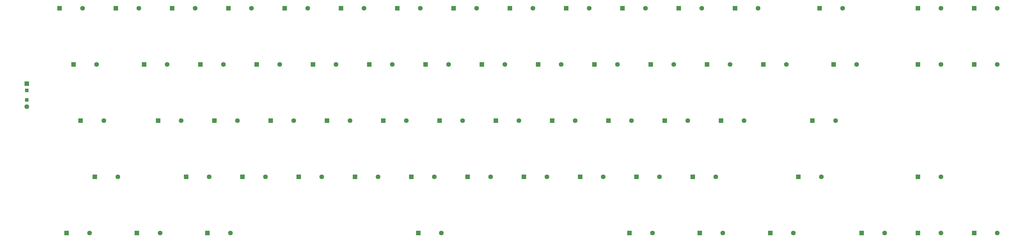
<source format=gtp>
G04 #@! TF.GenerationSoftware,KiCad,Pcbnew,8.0.7*
G04 #@! TF.CreationDate,2025-01-01T13:35:18+11:00*
G04 #@! TF.ProjectId,Mainpcb,4d61696e-7063-4622-9e6b-696361645f70,rev?*
G04 #@! TF.SameCoordinates,Original*
G04 #@! TF.FileFunction,Paste,Top*
G04 #@! TF.FilePolarity,Positive*
%FSLAX46Y46*%
G04 Gerber Fmt 4.6, Leading zero omitted, Abs format (unit mm)*
G04 Created by KiCad (PCBNEW 8.0.7) date 2025-01-01 13:35:18*
%MOMM*%
%LPD*%
G01*
G04 APERTURE LIST*
%ADD10R,1.600000X1.600000*%
%ADD11R,1.200000X1.200000*%
%ADD12C,1.600000*%
G04 APERTURE END LIST*
D10*
X45000000Y-64100000D03*
D11*
X45000000Y-66425000D03*
X45000000Y-69575000D03*
D12*
X45000000Y-71900000D03*
D10*
X151350000Y-38500000D03*
D12*
X159150000Y-38500000D03*
D10*
X346612500Y-57550000D03*
D12*
X354412500Y-57550000D03*
D10*
X170400000Y-38500000D03*
D12*
X178200000Y-38500000D03*
D10*
X208500000Y-38500000D03*
D12*
X216300000Y-38500000D03*
D10*
X194212450Y-95650000D03*
D12*
X202012450Y-95650000D03*
D10*
X89438135Y-76600000D03*
D12*
X97238135Y-76600000D03*
D10*
X175162450Y-95650000D03*
D12*
X182962450Y-95650000D03*
D10*
X346611090Y-95650000D03*
D12*
X354411090Y-95650000D03*
D10*
X296604590Y-114700000D03*
D12*
X304404590Y-114700000D03*
D10*
X227550000Y-38500000D03*
D12*
X235350000Y-38500000D03*
D10*
X284700000Y-38500000D03*
D12*
X292500000Y-38500000D03*
D10*
X184688135Y-76600000D03*
D12*
X192488135Y-76600000D03*
D10*
X213262450Y-95650000D03*
D12*
X221062450Y-95650000D03*
D10*
X122774920Y-57550000D03*
D12*
X130574920Y-57550000D03*
D10*
X141824920Y-57550000D03*
D12*
X149624920Y-57550000D03*
D10*
X365661090Y-114700000D03*
D12*
X373461090Y-114700000D03*
D10*
X63243750Y-76600000D03*
D12*
X71043750Y-76600000D03*
D10*
X275174920Y-57550000D03*
D12*
X282974920Y-57550000D03*
D10*
X177541590Y-114700000D03*
D12*
X185341590Y-114700000D03*
D10*
X56100000Y-38500000D03*
D12*
X63900000Y-38500000D03*
D10*
X294224920Y-57550000D03*
D12*
X302024920Y-57550000D03*
D10*
X365662500Y-38500000D03*
D12*
X373462500Y-38500000D03*
D10*
X232312450Y-95650000D03*
D12*
X240112450Y-95650000D03*
D10*
X248979590Y-114700000D03*
D12*
X256779590Y-114700000D03*
D10*
X265650000Y-38500000D03*
D12*
X273450000Y-38500000D03*
D10*
X160874920Y-57550000D03*
D12*
X168674920Y-57550000D03*
D10*
X270412450Y-95650000D03*
D12*
X278212450Y-95650000D03*
D10*
X260888135Y-76600000D03*
D12*
X268688135Y-76600000D03*
D10*
X310893635Y-76600000D03*
D12*
X318693635Y-76600000D03*
D10*
X203738135Y-76600000D03*
D12*
X211538135Y-76600000D03*
D10*
X246600000Y-38500000D03*
D12*
X254400000Y-38500000D03*
D10*
X58481250Y-114700000D03*
D12*
X66281250Y-114700000D03*
D10*
X218024920Y-57550000D03*
D12*
X225824920Y-57550000D03*
D10*
X306130450Y-95650000D03*
D12*
X313930450Y-95650000D03*
D10*
X82292995Y-114700000D03*
D12*
X90092995Y-114700000D03*
D10*
X75150000Y-38500000D03*
D12*
X82950000Y-38500000D03*
D10*
X346611090Y-114700000D03*
D12*
X354411090Y-114700000D03*
D10*
X118012450Y-95650000D03*
D12*
X125812450Y-95650000D03*
D10*
X113250000Y-38500000D03*
D12*
X121050000Y-38500000D03*
D10*
X327561090Y-114700000D03*
D12*
X335361090Y-114700000D03*
D10*
X106104740Y-114700000D03*
D12*
X113904740Y-114700000D03*
D10*
X222788135Y-76600000D03*
D12*
X230588135Y-76600000D03*
D10*
X179924920Y-57550000D03*
D12*
X187724920Y-57550000D03*
D10*
X251362450Y-95650000D03*
D12*
X259162450Y-95650000D03*
D10*
X60862500Y-57550000D03*
D12*
X68662500Y-57550000D03*
D10*
X279938135Y-76600000D03*
D12*
X287738135Y-76600000D03*
D10*
X198974920Y-57550000D03*
D12*
X206774920Y-57550000D03*
D10*
X132300000Y-38500000D03*
D12*
X140100000Y-38500000D03*
D10*
X237074920Y-57550000D03*
D12*
X244874920Y-57550000D03*
D10*
X108488135Y-76600000D03*
D12*
X116288135Y-76600000D03*
D10*
X103724920Y-57550000D03*
D12*
X111524920Y-57550000D03*
D10*
X272791590Y-114700000D03*
D12*
X280591590Y-114700000D03*
D10*
X313275000Y-38500000D03*
D12*
X321075000Y-38500000D03*
D10*
X165638135Y-76600000D03*
D12*
X173438135Y-76600000D03*
D10*
X318037420Y-57550000D03*
D12*
X325837420Y-57550000D03*
D10*
X189450000Y-38500000D03*
D12*
X197250000Y-38500000D03*
D10*
X127538135Y-76600000D03*
D12*
X135338135Y-76600000D03*
D10*
X156112450Y-95650000D03*
D12*
X163912450Y-95650000D03*
D10*
X98962450Y-95650000D03*
D12*
X106762450Y-95650000D03*
D10*
X241838135Y-76600000D03*
D12*
X249638135Y-76600000D03*
D10*
X68006250Y-95650000D03*
D12*
X75806250Y-95650000D03*
D10*
X256124920Y-57550000D03*
D12*
X263924920Y-57550000D03*
D10*
X146588135Y-76600000D03*
D12*
X154388135Y-76600000D03*
D10*
X365662500Y-57550000D03*
D12*
X373462500Y-57550000D03*
D10*
X94200000Y-38500000D03*
D12*
X102000000Y-38500000D03*
D10*
X84674920Y-57550000D03*
D12*
X92474920Y-57550000D03*
D10*
X137062450Y-95650000D03*
D12*
X144862450Y-95650000D03*
D10*
X346612500Y-38500000D03*
D12*
X354412500Y-38500000D03*
M02*

</source>
